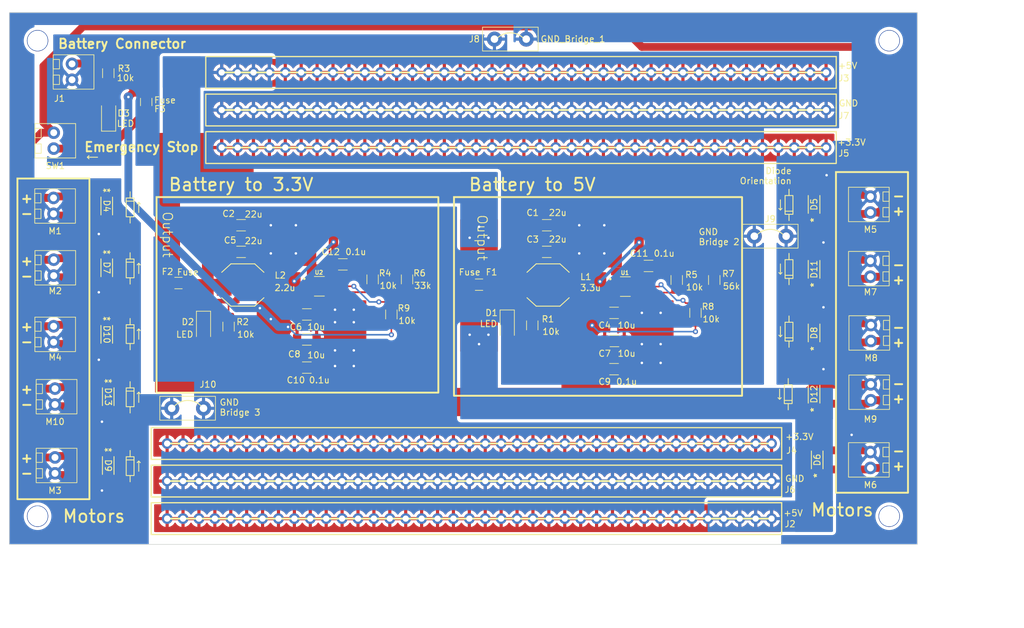
<source format=kicad_pcb>
(kicad_pcb (version 20221018) (generator pcbnew)
  (layers (0 "F.Cu" signal) (31 "B.Cu" signal) (34 "B.Paste" user) (35 "F.Paste" user) (36 "B.SilkS" user "B.Silkscreen") (37 "F.SilkS" user "F.Silkscreen") (38 "B.Mask" user) (39 "F.Mask" user) (44 "Edge.Cuts" user))
  (net 0 "")
  (net 1 "+5V")
  (net 2 "GND")
  (net 3 "+3.3V")
  (net 4 "/vin")
  (net 5 "/sw1")
  (net 6 "/vbst1")
  (net 7 "/sw2")
  (net 8 "/vbst2")
  (net 9 "/vfb2")
  (net 10 "/vfb1")
  (net 11 "/en1")
  (net 12 "/en2")
  (net 13 "/vout1")
  (net 14 "/vout2")
  (net 15 "Net-(D1-A)")
  (net 16 "+12V")
  (net 17 "Net-(D2-A)")
  (net 18 "Net-(D3-K)")
  (net 19 "Net-(D3-A)")
  (footprint "MountingHole:MountingHole_3.2mm_M3_DIN965" (layer "F.Cu") (at 228 100)
    (fp_text reference "REF**" hide)
    (fp_text value "MountingHole_3.2mm_M3_DIN965" hide)
  )
  (footprint "Power_Dist:GND_Bridge" (layer "F.Cu") (at 209 55.25)
    (fp_text reference "J9")
    (fp_text value "GND_Bridge_2" hide)
  )
  (footprint "RB070MM:DIO_RB051MM_ROM-M" (layer "F.Cu") (at 216 80.5 90)
    (fp_text reference "D12")
    (fp_text value "D")
  )
  (footprint "Power_Dist:Molex_Screw_Term_0397730002" (layer "F.Cu") (at 94.7813 91.8984 -90)
    (fp_text reference "M3")
    (fp_text value "Motor_DC")
  )
  (footprint "RB070MM:DIO_RB051MM_ROM-M" (layer "F.Cu") (at 216 50.17025 90)
    (fp_text reference "D5")
    (fp_text value "D")
  )
  (footprint "Capacitor_SMD:C_1206_3216Metric_Pad1.33x1.80mm_HandSolder" (layer "F.Cu") (at 135 71.75 180)
    (fp_text reference "C8")
    (fp_text value "10u")
  )
  (footprint "Power_Dist:GND_Bridge" (layer "F.Cu") (at 167.5 23.75)
    (fp_text reference "J8")
    (fp_text value "GND_Bridge_1")
  )
  (footprint "Power_Dist:Molex_Screw_Term_0397730002" (layer "F.Cu") (at 225 60.43645 90)
    (fp_text reference "M7")
    (fp_text value "Motor_DC" hide)
  )
  (footprint "Power_Dist:Molex_Screw_Term_0397730002" (layer "F.Cu") (at 94.5793 60.2965 -90)
    (fp_text reference "M2")
    (fp_text value "Motor_DC")
  )
  (footprint "Power_Dist:Pwr_Rail_Conn_Custom" (layer "F.Cu") (at 171.74 41 -90)
    (fp_text reference "J5")
    (fp_text value "+3.3V")
  )
  (footprint "Capacitor_SMD:C_1206_3216Metric_Pad1.33x1.80mm_HandSolder" (layer "F.Cu") (at 173.3125 57.75)
    (fp_text reference "C3")
    (fp_text value "22u")
  )
  (footprint "MountingHole:MountingHole_3.2mm_M3_DIN965" (layer "F.Cu") (at 92 100)
    (fp_text reference "REF**" hide)
    (fp_text value "MountingHole_3.2mm_M3_DIN965" hide)
  )
  (footprint "L_TDK_SPM6530:IND_SPM6530_TDK" (layer "F.Cu") (at 173.5 63)
    (fp_text reference "L1")
    (fp_text value "3.3u")
  )
  (footprint "RB070MM:DIO_RB051MM_ROM-M" (layer "F.Cu") (at 103.0473 50.4224 -90)
    (fp_text reference "D4")
    (fp_text value "D")
  )
  (footprint "Power_Dist:Molex_Screw_Term_0397730002" (layer "F.Cu") (at 225.0729 70.71 90)
    (fp_text reference "M8")
    (fp_text value "Motor_DC" hide)
  )
  (footprint "RB070MM:DIO_RB051MM_ROM-M" (layer "F.Cu") (at 103.2813 80.8984 -90)
    (fp_text reference "D13")
    (fp_text value "D")
  )
  (footprint "RB070MM:DIO_RB051MM_ROM-M" (layer "F.Cu") (at 103.2813 91.8984 -90)
    (fp_text reference "D9")
    (fp_text value "D")
  )
  (footprint "Power_Dist:Molex_Screw_Term_0397730002" (layer "F.Cu") (at 225.0557 80.1851 90)
    (fp_text reference "M9")
    (fp_text value "Motor_DC" hide)
  )
  (footprint "Capacitor_SMD:C_1206_3216Metric_Pad1.33x1.80mm_HandSolder" (layer "F.Cu") (at 184.0625 67.5 180)
    (fp_text reference "C4")
    (fp_text value "10u")
  )
  (footprint "LED_SMD:LED_1206_3216Metric_Pad1.42x1.75mm_HandSolder" (layer "F.Cu") (at 103.346875 36 90)
    (fp_text reference "D3")
    (fp_text value "LED")
  )
  (footprint "Resistor_SMD:R_1206_3216Metric_Pad1.30x1.75mm_HandSolder" (layer "F.Cu") (at 171 69.5 -90)
    (fp_text reference "R1")
    (fp_text value "10k")
  )
  (footprint "Capacitor_SMD:C_1206_3216Metric_Pad1.33x1.80mm_HandSolder" (layer "F.Cu") (at 184.0625 76.5 180)
    (fp_text reference "C9")
    (fp_text value "0.1u")
  )
  (footprint "L_TDK_SPM6530:IND_SPM6530_TDK" (layer "F.Cu") (at 124.75 63)
    (fp_text reference "L2")
    (fp_text value "2.2u")
  )
  (footprint "Power_Dist:Pwr_Rail_Conn_Custom" (layer "F.Cu") (at 171.74 35 -90)
    (fp_text reference "J7")
    (fp_text value "GND")
  )
  (footprint "MountingHole:MountingHole_3.2mm_M3_DIN965" (layer "F.Cu") (at 228 24)
    (fp_text reference "REF**" hide)
    (fp_text value "MountingHole_3.2mm_M3_DIN965" hide)
  )
  (footprint "Capacitor_SMD:C_1206_3216Metric_Pad1.33x1.80mm_HandSolder" (layer "F.Cu") (at 173.3125 53.5)
    (fp_text reference "C1")
    (fp_text value "22u")
  )
  (footprint "Power_Dist:Pwr_Rail_Conn_Custom" (layer "F.Cu") (at 163.03 94.305 -90)
    (fp_text reference "J6")
    (fp_text value "GND")
  )
  (footprint "Capacitor_SMD:C_1206_3216Metric_Pad1.33x1.80mm_HandSolder" (layer "F.Cu") (at 140.75 59.75)
    (fp_text reference "C12")
    (fp_text value "0.1u")
  )
  (footprint "Fuse:Fuse_1206_3216Metric_Pad1.42x1.75mm_HandSolder" (layer "F.Cu") (at 114.502 62.738)
    (fp_text reference "F2")
    (fp_text value "Fuse")
  )
  (footprint "Power_Dist:TPS565201" (layer "F.Cu") (at 185.8625 63.30375)
    (fp_text reference "U1")
    (fp_text value "TPS565201")
  )
  (footprint "Power_Dist:Molex_Screw_Term_0397730002" (layer "F.Cu") (at 97.5 29 -90)
    (fp_text reference "J1")
    (fp_text value "Battery Connector")
  )
  (footprint "RB070MM:DIO_RB051MM_ROM-M" (layer "F.Cu") (at 103.0473 60.2965 -90)
    (fp_text reference "D7")
    (fp_text value "D")
  )
  (footprint "Resistor_SMD:R_1206_3216Metric_Pad1.30x1.75mm_HandSolder" (layer "F.Cu") (at 194.0625 62.25 -90)
    (fp_text reference "R5")
    (fp_text value "10k")
  )
  (footprint "Power_Dist:Pwr_Rail_Conn_Custom" (layer "F.Cu") (at 171.74 29 -90)
    (fp_text reference "J3")
    (fp_text value "+5V")
  )
  (footprint "Resistor_SMD:R_1206_3216Metric_Pad1.30x1.75mm_HandSolder" (layer "F.Cu") (at 200.0625 62.25 90)
    (fp_text reference "R7")
    (fp_text value "56k")
  )
  (footprint "Power_Dist:Molex_Screw_Term_0397730002" (layer "F.Cu") (at 225 91 90)
    (fp_text reference "M6")
    (fp_text value "Motor_DC" hide)
  )
  (footprint "Capacitor_SMD:C_1206_3216Metric_Pad1.33x1.80mm_HandSolder" (layer "F.Cu") (at 124.5 57.75)
    (fp_text reference "C5")
    (fp_text value "22u")
  )
  (footprint "Power_Dist:GND_Bridge" (layer "F.Cu") (at 115.96 82.751829)
    (fp_text reference "J10")
    (fp_text value "GND_Bridge_3" hide)
  )
  (footprint "Power_Dist:TPS565201" (layer "F.Cu") (at 137 63.25)
    (fp_text reference "U2")
    (fp_text value "TPS565201")
  )
  (footprint "Fuse:Fuse_1206_3216Metric_Pad1.42x1.75mm_HandSolder" (layer "F.Cu") (at 162.5 63)
    (fp_text reference "F1")
    (fp_text value "Fuse")
  )
  (footprint "Power_Dist:Molex_Screw_Term_0397730002" (layer "F.Cu") (at 94.5473 50.4224 -90)
    (fp_text reference "M1")
    (fp_text value "Motor_DC")
  )
  (footprint "MountingHole:MountingHole_3.2mm_M3_DIN965" (layer "F.Cu") (at 92 24)
    (fp_text reference "REF**" hide)
    (fp_text value "MountingHole_3.2mm_M3_DIN965" hide)
  )
  (footprint "Power_Dist:Molex_Screw_Term_0397730002" (layer "F.Cu") (at 225 50.17025 90)
    (fp_text reference "M5")
    (fp_text value "Motor_DC" hide)
  )
  (footprint "Resistor_SMD:R_1206_3216Metric_Pad1.30x1.75mm_HandSolder" (layer "F.Cu") (at 122.5 69.7 -90)
    (fp_text reference "R2")
    (fp_text value "10k")
  )
  (footprint "Resistor_SMD:R_1206_3216Metric_Pad1.30x1.75mm_HandSolder" (layer "F.Cu") (at 145.5 62.15 -90)
    (fp_text reference "R4")
    (fp_text value "10k")
  )
  (footprint "RB070MM:DIO_RB051MM_ROM-M" (layer "F.Cu") (at 216 70.71 90)
    (fp_text reference "D8")
    (fp_text value "D")
  )
  (footprint "Capacitor_SMD:C_1206_3216Metric_Pad1.33x1.80mm_HandSolder" (layer "F.Cu") (at 135 67.75 180)
    (fp_text reference "C6")
    (fp_text value "10u")
  )
  (footprint "Power_Dist:Pwr_Rail_Conn_Custom" (layer "F.Cu") (at 163.03 88.305 -90)
    (fp_text reference "J4")
    (fp_text value "+3.3V")
  )
  (footprint "RB070MM:DIO_RB051MM_ROM-M" (layer "F.Cu") (at 216.5 91 90)
    (fp_text reference "D6")
    (fp_text value "D")
  )
  (footprint "Power_Dist:Pwr_Rail_Conn_Custom" (layer "F.Cu") (at 163.03 100.305 -90)
    (fp_text reference "J2")
    (fp_text value "+5V")
  )
  (footprint "Resistor_SMD:R_1206_3216Metric_Pad1.30x1.75mm_HandSolder" (layer "F.Cu") (at 148.5 67.75 -90)
    (fp_text reference "R9")
    (fp_text value "10k")
  )
  (footprint "LED_SMD:LED_1206_3216Metric_Pad1.42x1.75mm_HandSolder" (layer "F.Cu") (at 167 69.5 -90)
    (fp_text reference "D1")
    (fp_text value "LED")
  )
  (footprint "Power_Dist:Molex_Screw_Term_0397730002" (layer "F.Cu") (at 94.58125 40 -90)
    (fp_text reference "SW1")
    (fp_text value "Emergency Stop")
  )
  (footprint "Resistor_SMD:R_1206_3216Metric_Pad1.30x1.75mm_HandSolder" (layer "F.Cu") (at 103.296875 29.2 -90)
    (fp_text reference "R3")
    (fp_text value "10k")
  )
  (footprint "RB070MM:DIO_RB051MM_ROM-M" (layer "F.Cu") (at 103.0473 70.9369 -90)
    (fp_text reference "D10")
    (fp_text value "D")
  )
  (footprint "Capacitor_SMD:C_1206_3216Metric_Pad1.33x1.80mm_HandSolder" (layer "F.Cu") (at 184.125 72 180)
    (fp_text reference "C7")
    (fp_text value "10u")
  )
  (footprint "Power_Dist:Molex_Screw_Term_0397730002" (layer "F.Cu") (at 94.7813 80.8984 -90)
    (fp_text reference "M10")
    (fp_text value "Motor_DC")
  )
  (footprint "Capacitor_SMD:C_1206_3216Metric_Pad1.33x1.80mm_HandSolder" (layer "F.Cu") (at 135 76.25 180)
    (fp_text reference "C10")
    (fp_text value "0.1u")
  )
  (footprint "Fuse:Fuse_1206_3216Metric_Pad1.42x1.75mm_HandSolder" (layer "F.Cu") (at 109.346875 33.8 -90)
    (fp_text reference "F3")
    (fp_text value "Fuse")
  )
  (footprint "LED_SMD:LED_1206_3216Metric_Pad1.42x1.75mm_HandSolder" (layer "F.Cu") (at 118.5 69.7 -90)
    (fp_text reference "D2")
    (fp_text value "LED")
  )
  (footprint "Capacitor_SMD:C_1206_3216Metric_Pad1.33x1.80mm_HandSolder" (layer "F.Cu") (at 189.5625 60)
    (fp_text reference "C11")
    (fp_text value "0.1u")
  )
  (footprint "Capacitor_SMD:C_1206_3216Metric_Pad1.33x1.80mm_HandSolder" (layer "F.Cu") (at 124.5 53.5)
    (fp_text reference "C2")
    (fp_text value "22u")
  )
  (footprint "Resistor_SMD:R_1206_3216Metric_Pad1.30x1.75mm_HandSolder" (layer "F.Cu") (at 151 62.15 90)
    (fp_text reference "R6")
    (fp_text value "33k")
  )
  (footprint "Power_Dist:Molex_Screw_Term_0397730002" (layer "F.Cu") (at 94.5633 70.9369 -90)
    (fp_text reference "M4")
    (fp_text value "Motor_DC")
  )
  (footprint "RB070MM:DIO_RB051MM_ROM-M" (layer "F.Cu") (at 216 60.54485 90)
    (fp_text reference "D11")
    (fp_text value "D")
  )
  (footprint "Resistor_SMD:R_1206_3216Metric_Pad1.30x1.75mm_HandSolder" (layer "F.Cu") (at 197.0625 67.5 -90)
    (fp_text reference "R8")
    (fp_text value "10k")
  )
  (gr_line (start 99.95625 42.625) (end 100.20625 42.375) (stroke (width 0.15)) (layer "F.SilkS"))
  (gr_line (start 106.7813 52.1484) (end 106.7813 53.1484) (stroke (width 0.15)) (layer "F.SilkS"))
  (gr_rect (start 219.5 45) (end 231 96.25) (stroke (width 0.3)) (fill none) (layer "F.SilkS"))
  (gr_line (start 108.1563 71.7109) (end 108.1563 70.0859) (stroke (width 0.15)) (layer "F.SilkS"))
  (gr_line (start 210.5 81.3125) (end 210.25 81.0625) (stroke (width 0.15)) (layer "F.SilkS"))
  (gr_line (start 108.1563 80.1875) (end 108.4063 80.4375) (stroke (width 0.15)) (layer "F.SilkS"))
  (gr_line (start 108.1563 61.2109) (end 108.1563 59.5859) (stroke (width 0.15)) (layer "F.SilkS"))
  (gr_rect (start 106.1563 90.5) (end 107.4063 93.5) (stroke (width 0.15)) (fill none) (layer "F.SilkS"))
  (gr_line (start 108.1563 70.0859) (end 108.4063 70.3359) (stroke (width 0.15)) (layer "F.SilkS"))
  (gr_line (start 106.1563 91) (end 107.4063 91) (stroke (width 0.15)) (layer "F.SilkS"))
  (gr_arc (start 165 24.09317) (mid 167.5 22.75) (end 170 24.09317) (stroke (width 0.15)) (layer "F.SilkS"))
  (gr_line (start 108.1563 80.1875) (end 107.9063 80.4375) (stroke (width 0.15)) (layer "F.SilkS"))
  (gr_line (start 108.1563 59.5859) (end 107.9063 59.8359) (stroke (width 0.15)) (layer "F.SilkS"))
  (gr_line (start 211.875 79) (end 211.875 78) (stroke (width 0.15)) (layer "F.SilkS"))
  (gr_line (start 210.625 71.3125) (end 210.875 71.0625) (stroke (width 0.15)) (layer "F.SilkS"))
  (gr_line (start 108.1563 91.1875) (end 107.9063 91.4375) (stroke (width 0.15)) (layer "F.SilkS"))
  (gr_line (start 212 62) (end 212 63) (stroke (width 0.15)) (layer "F.SilkS"))
  (gr_line (start 108.1563 92.8125) (end 108.1563 91.1875) (stroke (width 0.15)) (layer "F.SilkS"))
  (gr_line (start 108.1563 49.8359) (end 107.9063 50.0859) (stroke (width 0.15)) (layer "F.SilkS"))
  (gr_line (start 212 72) (end 212 73) (stroke (width 0.15)) (layer "F.SilkS"))
  (gr_arc (start 113.5 82.844999) (mid 116 81.501829) (end 118.5 82.844999) (stroke (width 0.15)) (layer "F.SilkS"))
  (gr_line (start 210.625 51.0625) (end 210.875 50.8125) (stroke (width 0.15)) (layer "F.SilkS"))
  (gr_line (start 211.875 82) (end 211.875 83) (stroke (width 0.15)) (layer "F.SilkS"))
  (gr_line (start 108.1563 59.5859) (end 108.4063 59.8359) (stroke (width 0.15)) (layer "F.SilkS"))
  (gr_line (start 106.1563 69.8984) (end 107.4063 69.8984) (stroke (width 0.15)) (layer "F.SilkS"))
  (gr_line (start 210.625 49.4375) (end 210.625 51.0625) (stroke (width 0.15)) (layer "F.SilkS"))
  (gr_rect (start 106.1563 79.5) (end 107.4063 82.5) (stroke (width 0.15)) (fill none) (layer "F.SilkS"))
  (gr_line (start 108.1563 91.1875) (end 108.4063 91.4375) (stroke (width 0.15)) (layer "F.SilkS"))
  (gr_line (start 210.625 61.3125) (end 210.375 61.0625) (stroke (width 0.15)) (layer "F.SilkS"))
  (gr_rect (start 158.5 49) (end 204.5 80.75) (stroke (width 0.3)) (fill none) (layer "F.SilkS"))
  (gr_rect (start 106.1563 49.1484) (end 107.4063 52.1484) (stroke (width 0.15)) (fill none) (layer "F.SilkS"))
  (gr_line (start 212 51.75) (end 212 52.75) (stroke (width 0.15)) (layer "F.SilkS"))
  (gr_line (start 210.625 59.6875) (end 210.625 61.3125) (stroke (width 0.15)) (layer "F.SilkS"))
  (gr_line (start 210.625 51.0625) (end 210.375 50.8125) (stroke (width 0.15)) (layer "F.SilkS"))
  (gr_rect (start 88.7813 46.0314) (end 100.2813 97.2814) (stroke (width 0.3)) (fill none) (layer "F.SilkS"))
  (gr_line (start 106.1563 80) (end 107.4063 80) (stroke (width 0.15)) (layer "F.SilkS"))
  (gr_rect (start 211.375 69) (end 212.625 72) (stroke (width 0.15)) (fill none) (layer "F.SilkS"))
  (gr_line (start 99.95625 42.625) (end 100.20625 42.875) (stroke (width 0.15)) (layer "F.SilkS"))
  (gr_rect (start 106.1563 69.3984) (end 107.4063 72.3984) (stroke (width 0.15)) (fill none) (layer "F.SilkS"))
  (gr_line (start 106.7813 72.3984) (end 106.7813 73.3984) (stroke (width 0.15)) (layer "F.SilkS"))
  (gr_line (start 212.625 71.5) (end 211.375 71.5) (stroke (width 0.15)) (layer "F.SilkS"))
  (gr_rect (start 106.1563 58.8984) (end 107.4063 61.8984) (stroke (width 0.15)) (fill none) (layer "F.SilkS"))
  (gr_line (start 106.7813 79.5) (end 106.7813 78.5) (stroke (width 0.15)) (layer "F.SilkS"))
  (gr_line (start 210.625 71.3125) (end 210.375 71.0625) (stroke (width 0.15)) (layer "F.SilkS"))
  (gr_rect (start 211.25 79) (end 212.5 82) (stroke (width 0.15)) (fill none) (layer "F.SilkS"))
  (gr_line (start 212 69) (end 212 68) (stroke (width 0.15)) (layer "F.SilkS"))
  (gr_line (start 106.7813 49.1484) (end 106.7813 48.1484) (stroke (width 0.15)) (layer "F.SilkS"))
  (gr_line (start 212 48.75) (end 212 47.75) (stroke (width 0.15)) (layer "F.SilkS"))
  (gr_line (start 210.625 69.6875) (end 210.625 71.3125) (stroke (width 0.15)) (layer "F.SilkS"))
  (gr_line (start 108.1563 49.8359) (end 108.4063 50.0859) (stroke (width 0.15)) (layer "F.SilkS"))
  (gr_line (start 212.5 81.5) (end 211.25 81.5) (stroke (width 0.15)) (layer "F.SilkS"))
  (gr_arc (start 206.5 55.5) (mid 209 54.15683) (end 211.5 55.5) (stroke (width 0.15)) (layer "F.SilkS"))
  (gr_line (start 106.7813 61.8984) (end 106.7813 62.8984) (stroke (width 0.15)) (layer "F.SilkS"))
  (gr_line (start 106.7813 69.3984) (end 106.7813 68.3984) (stroke (width 0.15)) (layer "F.SilkS"))
  (gr_line (start 108.1563 51.4609) (end 108.1563 49.8359) (stroke (width 0.15)) (layer "F.SilkS"))
  (gr_rect (start 111 49) (end 156 80.25) (stroke (width 0.3)) (fill none) (layer "F.SilkS"))
  (gr_line (start 210.5 81.3125) (end 210.75 81.0625) (stroke (width 0.15)) (layer "F.SilkS"))
  (gr_line (start 210.625 61.3125) (end 210.875 61.0625) (stroke (width 0.15)) (layer "F.SilkS"))
  (gr_rect (start 211.375 48.75) (end 212.625 51.75) (stroke (width 0.15)) (fill none) (layer "F.SilkS"))
  (gr_line (start 106.7813 82.5) (end 106.7813 83.5) (stroke (width 0.15)) (layer "F.SilkS"))
  (gr_line (start 106.7813 90.5) (end 106.7813 89.5) (stroke (width 0.15)) (layer "F.SilkS"))
  (gr_line (start 108.1563 81.8125) (end 108.1563 80.1875) (stroke (width 0.15)) (layer "F.SilkS"))
  (gr_line (start 101.58125 42.625) (end 99.95625 42.625) (stroke (width 0.15)) (layer "F.SilkS"))
  (gr_line (start 212 59) (end 212 58) (stroke (width 0.15)) (layer "F.SilkS"))
  (gr_line (start 106.7813 93.5) (end 106.7813 94.5) (stroke (width 0.15)) (layer "F.SilkS"))
  (gr_line (start 106.7813 58.8984) (end 106.7813 57.8984) (stroke (width 0.15)) (layer "F.SilkS"))
  (gr_line (start 212.625 51.25) (end 211.375 51.25) (stroke (width 0.15)) (layer "F.SilkS"))
  (gr_line (start 210.5 79.6875) (end 210.5 81.3125) (stroke (width 0.15)) (layer "F.SilkS"))
  (gr_line (start 106.1563 49.6484) (end 107.4063 49.6484) (stroke (width 0.15)) (layer "F.SilkS"))
  (gr_line (start 106.1563 59.3984) (end 107.4063 59.3984) (stroke (width 0.15)) (layer "F.SilkS"))
  (gr_line (start 108.1563 70.0859) (end 107.9063 70.3359) (stroke (width 0.15)) (layer "F.SilkS"))
  (gr_rect (start 211.375 59) (end 212.625 62) (stroke (width 0.15)) (fill none) (layer "F.SilkS"))
  (gr_line (start 212.625 61.5) (end 211.375 61.5) (stroke (width 0.15)) (layer "F.SilkS"))
  (gr_rect (start 87.5 19.5) (end 232.5 104.5) (stroke (width 0.1)) (fill none) (layer "Edge.Cuts"))
  (gr_text "-\n+" (at 229.5 80) (layer "F.SilkS") (effects (font (size 1.5 1.5) (thickness 0.3)) (justify mirror)))
  (gr_text "+\n-" (at 90.2813 91.8984) (layer "F.SilkS") (effects (font (size 1.5 1.5) (thickness 0.3)) (justify mirror)))
  (gr_text "Diode\nOrientation" (at 212.5 47) (layer "F.SilkS") (effects (font (size 1 1)) (justify right bottom)))
  (gr_text "Motors" (at 101 100) (layer "F.SilkS") (effects (font (size 2 2) (thickness 0.3))))
  (gr_text "Battery to 5V" (at 171 47) (layer "F.SilkS") (effects (font (size 2 2) (thickness 0.3))))
  (gr_text "+\n-" (at 90.2813 70.8984) (layer "F.SilkS") (effects (font (size 1.5 1.5) (thickness 0.3)) (justify mirror)))
  (gr_text "+\n-" (at 90.2813 50.3984) (layer "F.SilkS") (effects (font (size 1.5 1.5) (thickness 0.3)) (justify mirror)))
  (gr_text "Battery to 3.3V" (at 124.5 47) (layer "F.SilkS") (effects (font (size 2 2) (thickness 0.3))))
  (gr_text "-\n+" (at 229.5 61) (layer "F.SilkS") (effects (font (size 1.5 1.5) (thickness 0.3)) (justify mirror)))
  (gr_text "GND \nBridge 2" (at 197.5 56.75) (layer "F.SilkS") (effects (font (size 1 1)) (justify left bottom)))
  (gr_text "+\n-" (at 90.2813 80.8984) (layer "F.SilkS") (effects (font (size 1.5 1.5) (thickness 0.3)) (justify mirror)))
  (gr_text "Output" (at 112.75 55 270) (layer "F.SilkS") (effects (font (size 1.5 1.5))))
  (gr_text "Output" (at 163 55.5 270) (layer "F.SilkS") (effects (font (size 1.5 1.5))))
  (gr_text "-\n+" (at 229.5 71) (layer "F.SilkS") (effects (font (size 1.5 1.5) (thickness 0.3)) (justify mirror)))
  (gr_text "+\n-" (at 90.2813 60.3984) (layer "F.SilkS") (effects (font (size 1.5 1.5) (thickness 0.3)) (justify mirror)))
  (gr_text "-\n+" (at 229.5 90.75) (layer "F.SilkS") (effects (font (size 1.5 1.5) (thickness 0.3)) (justify mirror)))
  (gr_text "GND \nBridge 3" (at 121 84) (layer "F.SilkS") (effects (font (size 1 1)) (justify left bottom)))
  (gr_text "Motors" (at 220.5 99) (layer "F.SilkS") (effects (font (size 2 2) (thickness 0.3))))
  (gr_text "-\n+" (at 229.5 50) (layer "F.SilkS") (effects (font (size 1.5 1.5) (thickness 0.3)) (justify mirror)))
  (segment (start 166.025 68.0125) (end 161.0125 63) (width 0.25) (layer "F.Cu") (net 1))
  (segment (start 167 68.0125) (end 166.025 68.0125) (width 0.25) (layer "F.Cu") (net 1))
  (via (at 161 55.5) (size 1.5) (drill 0.4) (layers "F.Cu" "B.Cu") (net 1))
  (via (at 164 71) (size 1.5) (drill 0.4) (layers "F.Cu" "B.Cu") (net 1))
  (via (at 161 71) (size 1.5) (drill 0.4) (layers "F.Cu" "B.Cu") (net 1))
  (via (at 162.5 53.75) (size 1.5) (drill 0.4) (layers "F.Cu" "B.Cu") (net 1))
  (via (at 162.5 72.5) (size 1.5) (drill 0.4) (layers "F.Cu" "B.Cu") (net 1))
  (via (at 164 55.5) (size 1.5) (drill 0.4) (layers "F.Cu" "B.Cu") (net 1))
  (segment (start 188.5625 53.25) (end 183.8125 53.25) (width 0.5) (layer "F.Cu") (net 2))
  (segment (start 103.0473 72.4609) (end 103.7188 72.4609) (width 0.5) (layer "F.Cu") (net 2))
  (segment (start 145.5 58.75) (end 140 53.25) (width 0.5) (layer "F.Cu") (net 2))
  (segment (start 214.5 57.52085) (end 214.5 49.5) (width 0.5) (layer "F.Cu") (net 2))
  (segment (start 194.0625 60.7) (end 194.0625 58.75) (width 0.5) (layer "F.Cu") (net 2))
  (segment (start 103.502454 61.8205) (end 104.2813 61.041654) (width 0.5) (layer "F.Cu") (net 2))
  (segment (start 185.8125 62.35375) (end 185.8625 62.40375) (width 0.25) (layer "F.Cu") (net 2))
  (segment (start 216 69.186) (end 224.7989 69.186) (width 1.25) (layer "F.Cu") (net 2))
  (segment (start 103.2813 82.4224) (end 95.0553 82.4224) (width 1.25) (layer "F.Cu") (net 2))
  (segment (start 216 68.10865) (end 217.5 66.60865) (width 0.5) (layer "F.Cu") (net 2))
  (segment (start 224.726 89.476) (end 225 89.75) (width 1.25) (layer "F.Cu") (net 2))
  (segment (start 214.5 80.020846) (end 215.544846 78.976) (width 0.5) (layer "F.Cu") (net 2))
  (segment (start 220.5 89.57735) (end 220.5 88.5) (width 0.5) (layer "F.Cu") (net 2))
  (segment (start 214.5 68.5) (end 214.5 60.065696) (width 0.5) (layer "F.Cu") (net 2))
  (segment (start 214.5 88) (end 214.5 80.020846) (width 0.5) (layer "F.Cu") (net 2))
  (segment (start 103.4143 82.5314) (end 103.4143 83.7654) (width 0.5) (layer "F.Cu") (net 2))
  (segment (start 103.0473 61.8205) (end 103.0473 62.9449) (width 0.5) (layer "F.Cu") (net 2))
  (segment (start 135.845 62.3) (end 136.3 62.3) (width 0.5) (layer "F.Cu") (net 2))
  (segment (start 105.2813 84.4224) (end 105.2813 92.3984) (width 0.5) (layer "F.Cu") (net 2))
  (segment (start 185.8625 67.24125) (end 185.8625 62.40375) (width 0.25) (layer "F.Cu") (net 2))
  (segment (start 94.8533 61.8205) (end 94.5793 61.5465) (width 1.25) (layer "F.Cu") (net 2))
  (segment (start 216 48.64625) (end 216 47.5) (width 0.5) (layer "F.Cu") (net 2))
  (segment (start 216 59.02085) (end 216 57.75) (width 0.5) (layer "F.Cu") (net 2))
  (segment (start 216.5 89.476) (end 215.976 89.476) (width 1.25) (layer "F.Cu") (net 2))
  (segment (start 104.7813 73.5234) (end 104.7813 81.3984) (width 0.5) (layer "F.Cu") (net 2))
  (segment (start 215.314 69.186) (end 215.186 69.186) (width 0.5) (layer "F.Cu") (net 2))
  (segment (start 225.0148 78.976) (end 225.0557 78.9351) (width 1.25) (layer "F.Cu") (net 2))
  (segment (start 103.2813 93.4224) (end 95.0553 93.4224) (width 1.25) (layer "F.Cu") (net 2))
  (segment (start 215.544846 78.976) (end 214.5 77.931154) (width 0.5) (layer "F.Cu") (net 2))
  (segment (start 215.544846 59.02085) (end 216 59.02085) (width 0.5) (layer "F.Cu") (net 2))
  (segment (start 136.645 61.5) (end 135.845 62.3) (width 0.25) (layer "F.Cu") (net 2))
  (segment (start 103.8053 93.4224) (end 103.2813 93.4224) (width 0.5) (layer "F.Cu") (net 2))
  (segment (start 214.5 60.065696) (end 215.544846 59.02085) (width 0.5) (layer "F.Cu") (net 2))
  (segment (start 103.4143 93.5314) (end 103.4143 94.7654) (width 0.5) (layer "F.Cu") (net 2))
  (segment (start 137 61) (end 137 61.5) (width 0.25) (layer "F.Cu") (net 2))
  (segment (start 215.35375 48.64625) (end 216 48.64625) (width 0.5) (layer "F.Cu") (net 2))
  (segment (start 103.7188 72.4609) (end 104.7813 73.5234) (width 0.5) (layer "F.Cu") (net 2))
  (segment (start 104.2813 61.041654) (end 104.2813 53.1804) (width 0.5) (layer "F.Cu") (net 2))
  (segment (start 136.75 60.75) (end 137 61) (width 0.25) (layer "F.Cu") (net 2))
  (segment (start 104.2813 53.1804) (end 103.0473 51.9464) (width 0.5) (layer "F.Cu") (net 2))
  (segment (start 94.8373 72.4609) (end 94.5633 72.1869) (width 1) (layer "F.Cu") (net 2))
  (segment (start 216.5 89.476) (end 224.726 89.476) (width 1.25) (layer "F.Cu") (net 2))
  (segment (start 215.544846 78.976) (end 216 78.976) (width 0.5) (layer "F.Cu") (net 2))
  (segment (start 103.2813 82.4224) (end 105.2813 84.4224) (width 0.5) (layer "F.Cu") (net 2))
  (segment (start 214.5 77.931154) (end 214.5 70) (width 0.5) (layer "F.Cu") (net 2))
  (segment (start 216 59.02085) (end 214.5 57.52085) (width 0.5) (layer "F.Cu") (net 2))
  (segment (start 137 61.5) (end 136.645 61.5) (width 0.25) (layer "F.Cu") (net 2))
  (segment (start 216 47.5) (end 218 45.5) (width 0.5) (layer "F.Cu") (net 2))
  (segment (start 215.314 69.186) (end 216 69.186) (width 0.5) (layer "F.Cu") (net 2))
  (segment (start 215.186 69.186) (end 214.5 68.5) (width 0.5) (layer "F.Cu") (net 2))
  (segment (start 224.726 48.64625) (end 225 48.92025) (width 1.25) (layer "F.Cu") (net 2))
  (segment (start 104.7813 81.3984) (end 103.7573 82.4224) (width 0.5) (layer "F.Cu") (net 2))
  (segment (start 103.0473 53.6324) (end 101.7813 54.8984) (width 0.5) (layer "F.Cu") (net 2))
  (segment (start 184.7075 62.35375) (end 184.7075 60.7925) (width 0.25) (layer "F.Cu") (net 2))
  (segment (start 140 53.25) (end 135 53.25) (width 0.5) (layer "F.Cu") (net 2))
  (segment (start 95.0553 93.4224) (end 94.7813 93.1484) (width 1.25) (layer "F.Cu") (net 2))
  (segment (start 145.5 60.6) (end 145.5 58.75) (width 0.5) (layer "F.Cu") (net 2))
  (segment (start 216 79.07735) (end 216 78) (width 0.5) (layer "F.Cu") (net 2))
  (segment (start 194.0625 58.75) (end 188.5625 53.25) (width 0.5) (layer "F.Cu") (net 2))
  (segment (start 103.0473 72.4609) (end 103.0473 73.6949) (width 0.5) (layer "F.Cu") (net 2))
  (segment (start 216 78) (end 217.5 76.5) (width 0.5) (layer "F.Cu") (net 2))
  (segment (start 214.5 49.5) (end 215.35375 48.64625) (width 0.5) (layer "F.Cu") (net 2))
  (segment (start 216 59.02085) (end 224.8344 59.02085) (width 1.25) (layer "F.Cu") (net 2))
  (segment (start 103.0473 61.8205) (end 94.8533 61.8205) (width 1.25) (layer "F.Cu") (net 2))
  (segment (start 104.7813 71.3984) (end 104.7813 63.5545) (width 0.5) (layer "F.Cu") (net 2))
  (segment (start 103.0473 51.9464) (end 103.0473 53.6324) (width 0.5) (layer "F.Cu") (net 2))
  (segment (start 95.0553 82.4224) (end 94.7813 82.1484) (width 1.25) (layer "F.Cu") (net 2))
  (segment (start 105.2813 92.3984) (end 104.2573 93.4224) (width 0.5) (layer "F.Cu") (net 2))
  (segment (start 216 69.186) (end 216 68.10865) (width 0.5) (layer "F.Cu") (net 2))
  (segment (start 104.2573 93.4224) (end 103.8053 93.4224) (width 0.5) (layer "F.Cu") (net 2))
  (segment (start 103.4143 94.7654) (end 102.1483 96.0314) (width 0.5) (layer "F.Cu") (net 2))
  (segment (start 185 60.5) (end 184.7075 60.7925) (width 0.25) (layer "F.Cu") (net 2))
  (segment (start 216 57.75) (end 217.5 56.25) (width 0.5) (layer "F.Cu") (net 2))
  (segment (start 224.8344 59.02085) (end 225 59.18645) (width 1.25) (layer "F.Cu") (net 2))
  (segment (start 103.0473 72.4609) (end 94.8373 72.4609) (width 1.25) (layer "F.Cu") (net 2))
  (segment (start 104.7813 63.5545) (end 103.0473 61.8205) (width 0.5) (layer "F.Cu") (net 2))
  (segment (start 216 48.64625) (end 224.726 48.64625) (width 1.25) (layer "F.Cu") (net 2))
  (segment (start 215.976 89.476) (end 214.5 88) (width 0.5) (layer "F.Cu") (net 2))
  (segment (start 103.4143 83.7654) (end 102.1483 85.0314) (width 0.5) (layer "F.Cu") (net 2))
  (segment (start 94.8213 51.9464) (end 94.5473 51.6724) (width 1.25) (layer "F.Cu") (net 2))
  (segment (start 184.7075 62.35375) (end 185.8125 62.35375) (width 0.25) (layer "F.Cu") (net 2))
  (segment (start 137 61.5) (end 137 66) (width 0.25) (layer "F.Cu") (net 2))
  (segment (start 103.7573 82.4224) (end 103.2813 82.4224) (width 0.5) (layer "F.Cu") (net 2))
  (segment (start 103.7188 72.4609) (end 104.7813 71.3984) (width 0.5) (layer "F.Cu") (net 2))
  (segment (start 103.0473 73.6949) (end 101.7813 74.9609) (width 0.5) (layer "F.Cu") (net 2))
  (segment (start 103.0473 51.9464) (end 94.8213 51.9464) (width 1.25) (layer "F.Cu") (net 2))
  (segment (start 216 78.976) (end 225.0148 78.976) (width 1.25) (layer "F.Cu") (net 2))
  (segment (start 103.0473 61.8205) (end 103.502454 61.8205) (width 0.5) (layer "F.Cu") (net 2))
  (segment (start 224.7989 69.186) (end 225.0729 69.46) (width 1.25) (layer "F.Cu") (net 2))
  (segment (start 103.0473 62.9449) (end 101.7813 64.2109) (width 0.5) (layer "F.Cu") (net 2))
  (segment (start 220.5 88.5) (end 222 87) (width 0.5) (layer "F.Cu") (net 2))
  (segment (start 214.5 70) (end 215.314 69.186) (width 0.5) (layer "F.Cu") (net 2))
  (via (at 139.5 67) (size 0.8) (drill 0.4) (layers "F.Cu" "B.Cu") (net 2))
  (via (at 129.25 58) (size 0.8) (drill 0.4) (layers "F.Cu" "B.Cu") (net 2))
  (via (at 217.5 66.60865) (size 1) (drill 0.4) (layers "F.Cu" "B.Cu") (net 2))
  (via (at 101.7813 54.8984) (size 1) (drill 0.4) (layers "F.Cu" "B.Cu") (net 2))
  (via (at 129.25 53.5) (size 0.8) (drill 0.4) (layers "F.Cu" "B.Cu") (net 2))
  (via (at 182.5 58) (size 0.8) (drill 0.4) (layers "F.Cu" "B.Cu") (net 2))
  (via (at 133.25 53.5) (size 0.8) (drill 0.4) (layers "F.Cu" "B.Cu") (net 2))
  (via (at 178.5 53.5) (size 0.8) (drill 0.4) (layers "F.Cu" "B.Cu") (net 2))
  (via (at 188.5 75.5) (size 0.8) (drill 0.4) (layers "F.Cu" "B.Cu") (net 2))
  (via (at 182.5 53.5) (size 0.8) (drill 0.4) (layers "F.Cu" "B.Cu") (net 2))
  (via (at 191.5 72.5) (size 0.8) (drill 0.4) (layers "F.Cu" "B.Cu") (net 2))
  (via (at 101.7813 64.2109) (size 1) (drill 0.4) (layers "F.Cu" "B.Cu") (net 2))
  (via (at 188.5 72.5) (size 0.8) (drill 0.4) (layers "F.Cu" "B.Cu") (net 2))
  (via (at 102.2813 84.8984) (size 1) (drill 0.4) (layers "F.Cu" "B.Cu") (net 2))
  (via (at 217.5 76.5) (size 1) (drill 0.4) (layers "F.Cu" "B.Cu") (net 2))
  (via (at 222 87) (size 1) (drill 0.4) (layers "F.Cu" "B.Cu") (net 2))
  (via (at 142.5 69) (size 0.8) (drill 0.4) (layers "F.Cu" "B.Cu") (net 2))
  (via (at 218 45.5) (size 1) (drill 0.4) (layers "F.Cu" "B.Cu") (net 2))
  (via (at 139.5 73.5) (size 0.8) (drill 0.4) (layers "F.Cu" "B.Cu") (net 2))
  (via (at 142.5 67) (size 0.8) (drill 0.4) (layers "F.Cu" "B.Cu") (net 2))
  (via (at 142.5 76) (size 0.8) (drill 0.4) (layers "F.Cu" "B.Cu") (net 2))
  (via (at 101.7813 75) (size 1) (drill 0.4) (layers "F.Cu" "B.Cu") (net 2))
  (via (at 188.5 67.5) (size 0.8) (drill 0.4) (layers "F.Cu" "B.Cu") (net 2))
  (via (at 133.25 58) (size 0.8) (drill 0.4) (layers "F.Cu" "B.Cu") (net 2))
  (via (at 217.5 56.25) (size 1) (drill 0.4) (layers "F.Cu" "B.Cu") (net 2))
  (via (at 139.5 76) (size 0.8) (drill 0.4) (layers "F.Cu" "B.Cu") (net 2))
  (via (at 191.5 67.5) (size 0.8) (drill 0.4) (layers "F.Cu" "B.Cu") (net 2))
  (via (at 191.5 75.5) (size 0.8) (drill 0.4) (layers "F.Cu" "B.Cu") (net 2))
  (via (at 139.5 69) (size 0.8) (drill 0.4) (layers "F.Cu" "B.Cu") (net 2))
  (via (at 142.5 73.5) (size 0.8) (drill 0.4) (layers "F.Cu" "B.Cu") (net 2))
  (via (at 102.2813 95.8984) (size 1) (drill 0.4) (layers "F.Cu" "B.Cu") (net 2))
  (via (at 178.5 58) (size 0.8) (drill 0.4) (layers "F.Cu" "B.Cu") (net 2))
  (segment (start 113.0125 62.74) (end 113.0145 62.738) (width 0.5) (layer "F.Cu") (net 3))
  (segment (start 118.5 67.5125) (end 117.789 67.5125) (width 0.25) (layer "F.Cu") (net 3))
  (segment (start 117.789 67.5125) (end 113.0145 62.738) (width 0.25) (layer "F.Cu") (net 3))
  (segment (start 103.296875 27.65) (end 97.56 27.65) (width 1.25) (layer "F.Cu") (net 4))
  (segment (start 107.1875 32.3125) (end 106.5 33) (width 1.25) (layer "F.Cu") (net 4))
  (segment (start 97.56 27.65) (end 97.5 27.71) (width 1.25) (layer "F.Cu") (net 4))
  (segment (start 109.346875 32.3125) (end 107.1875 32.3125) (width 1.25) (layer "F.Cu") (net 4))
  (segment (start 109.346875 32.3125) (end 107.959375 32.3125) (width 1.25) (layer "F.Cu") (net 4))
  (segment (start 184.7075 64.25375) (end 183.20875 64.25375) (width 0.5) (layer "F.Cu") (net 4))
  (segment (start 134.3 64.2) (end 133 65.5) (width 0.5) (layer "F.Cu") (net 4))
  (segment (start 107.959375 32.3125) (end 103.296875 27.65) (width 1.25) (layer "F.Cu") (net 4))
  (segment (start 197.0625 69.05) (end 197.0625 70.5) (width 0.25) (layer "F.Cu") (net 4))
  (segment (start 148.5 69.3) (end 148.5 71) (width 0.25) (layer "F.Cu") (net 4))
  (segment (start 135.845 64.2) (end 134.3 64.2) (width 0.5) (layer "F.Cu") (net 4))
  (segment (start 183.20875 64.25375) (end 183.0625 64.4) (width 0.5) (layer "F.Cu") (net 4))
  (via (at 180.5625 69.5) (size 0.8) (drill 0.4) (layers "F.Cu" "B.Cu") (net 4))
  (via (at 106.5 33) (size 1.5) (drill 0.4) (layers "F.Cu" "B.Cu") (net 4))
  (via (at 129.25 68.5) (size 1) (drill 0.4) (layers "F.Cu" "B.Cu") (net 4))
  (via (at 197.0625 70.5) (size 0.8) (drill 0.4) (layers "F.Cu" "B.Cu") (net 4))
  (via (at 132 69.75) (size 1) (drill 0.4) (layers "F.Cu" "B.Cu") (net 4))
  (via (at 127.5 66.75) (size 1) (drill 0.4) (layers "F.Cu" "B.Cu") (net 4))
  (via (at 148.5 71) (size 0.8) (drill 0.4) (layers "F.Cu" "B.Cu") (net 4))
  (segment (start 181.5625 70.5) (end 180.5625 69.5) (width 0.25) (layer "B.Cu") (net 4))
  (segment (start 106.5 49.5) (end 106.5 33) (width 1.25) (layer "B.Cu") (net 4))
  (segment (start 123.75 66.75) (end 127.5 66.75) (width 1.25) (layer "B.Cu") (net 4))
  (segment (start 123.75 66.75) (end 106.5 49.5) (width 1.25) (layer "B.Cu") (net 4))
  (segment (start 148.5 71) (end 133.25 71) (width 0.25) (layer "B.Cu") (net 4))
  (segment (start 197.0625 70.5) (end 181.5625 70.5) (width 0.25) (layer "B.Cu") (net 4))
  (segment (start 129.25 68.5) (end 130.5 69.75) (width 1.25) (layer "B.Cu") (net 4))
  (segment (start 127.5 66.75) (end 129.25 68.5) (width 1.25) (layer "B.Cu") (net 4))
  (segment (start 133.25 71) (end 132 69.75) (width 0.25) (layer "B.Cu") (net 4))
  (segment (start 130.5 69.75) (end 132 69.75) (width 1.25) (layer "B.Cu") (net 4))
  (segment (start 177.399999 62.5) (end 178.1 62.5) (width 2) (layer "F.Cu") (net 5))
  (segment (start 188 60) (end 188 58.0625) (width 0.5) (layer "F.Cu") (net 5))
  (segment (start 188 58.0625) (end 188.0625 58) (width 0.25) (layer "F.Cu") (net 5))
  (segment (start 184.7075 63.30375) (end 182.61625 63.30375) (width 0.5) (layer "F.Cu") (net 5))
  (segment (start 182.61625 63.30375) (end 182.3125 63) (width 0.5) (layer "F.Cu") (net 5))
  (via (at 188.0625 56.25) (size 0.8) (drill 0.4) (layers "F.Cu" "B.Cu") (net 5))
  (via (at 181.8125 62.5) (size 0.8) (drill 0.4) (layers "F.Cu" "B.Cu") (net 5))
  (segment (start 188.0625 56.25) (end 181.8125 62.5) (width 0.5) (layer "B.Cu") (net 5))
  (segment (start 187.0175 62.35375) (end 188.77125 62.35375) (width 0.5) (layer "F.Cu") (net 6))
  (segment (start 188.77125 62.35375) (end 191.125 60) (width 0.5) (layer "F.Cu") (net 6))
  (segment (start 127.799999 62.5) (end 130.7 62.5) (width 2) (layer "F.Cu") (net 7))
  (segment (start 139.1875 59.6875) (end 139.1875 57.75) (width 0.5) (layer "F.Cu") (net 7))
  (segment (start 135.895 63.24125) (end 133.80375 63.24125) (width 0.5) (layer "F.Cu") (net 7))
  (segment (start 133.80375 63.24125) (end 133.5 62.9375) (width 0.5) (layer "F.Cu") (net 7))
  (via (at 139.25 56.1875) (size 0.8) (drill 0.4) (layers "F.Cu" "B.Cu") (net 7))
  (via (at 133 62.4375) (size 0.8) (drill 0.4) (layers "F.Cu" "B.Cu") (net 7))
  (segment (start 139.25 56.1875) (end 133 62.4375) (width 0.5) (layer "B.Cu") (net 7))
  (segment (start 139.7625 62.3) (end 142.3125 59.75) (width 0.5) (layer "F.Cu") (net 8))
  (segment (start 138.155 62.3) (end 139.7625 62.3) (width 0.5) (layer "F.Cu") (net 8))
  (segment (start 138.155 64.2) (end 145 64.2) (width 0.25) (layer "F.Cu") (net 9))
  (segment (start 138.155 64.2) (end 150.5 64.2) (width 0.25) (layer "F.Cu") (net 9))
  (segment (start 145 64.2) (end 145.5 63.7) (width 0.25) (layer "F.Cu") (net 9))
  (segment (start 150.5 64.2) (end 151 63.7) (width 0.25) (layer "F.Cu") (net 9))
  (segment (start 199.60875 64.25375) (end 200.0625 63.8) (width 0.25) (layer "F.Cu") (net 10))
  (segment (start 187.0175 64.25375) (end 193.60875 64.25375) (width 0.25) (layer "F.Cu") (net 10))
  (segment (start 187.0175 64.25375) (end 199.60875 64.25375) (width 0.25) (layer "F.Cu") (net 10))
  (segment (start 193.60875 64.25375) (end 194.0625 63.8) (width 0.25) (layer "F.Cu") (net 10))
  (segment (start 197.0625 65.95) (end 195.5125 65.95) (width 0.25) (layer "F.Cu") (net 11))
  (segment (start 187.0175 63.30375) (end 191.25875 63.30375) (width 0.25) (layer "F.Cu") (net 11))
  (segment (start 191.25875 63.30375) (end 191.5625 63) (width 0.25) (layer "F.Cu") (net 11))
  (segment (start 195.5125 65.95) (end 195.0625 65.5) (width 0.25) (layer "F.Cu") (net 11))
  (via (at 191.5625 63) (size 0.8) (drill 0.4) (layers "F.Cu" "B.Cu") (net 11))
  (via (at 195.0625 65.5) (size 0.8) (drill 0.4) (layers "F.Cu" "B.Cu") (net 11))
  (segment (start 195.0625 65.5) (end 194.0625 65.5) (width 0.25) (layer "B.Cu") (net 11))
  (segment (start 194.0625 65.5) (end 191.5625 63) (width 0.25) (layer "B.Cu") (net 11))
  (segment (start 138.155 63.25) (end 142.5 63.25) (width 0.25) (layer "F.Cu") (net 12))
  (segment (start 148.05 65.75) (end 146.5 65.75) (width 0.25) (layer "F.Cu") (net 12))
  (segment (start 148.5 66.2) (end 148.05 65.75) (width 0.25) (layer "F.Cu") (net 12))
  (via (at 146.5 65.75) (size 0.8) (drill 0.4) (layers "F.Cu" "B.Cu") (net 12))
  (via (at 142.5 63.25) (size 0.8) (drill 0.4) (layers "F.Cu" "B.Cu") (net 12))
  (segment (start 145 65.75) (end 142.5 63.25) (width 0.25) (layer "B.Cu") (net 12))
  (segment (start 146.5 65.75) (end 145 65.75) (width 0.25) (layer "B.Cu") (net 12))
  (segment (start 174 51.25) (end 171.75 53.5) (width 0.25) (layer "F.Cu") (net 13))
  (segment (start 200.0625 60.7) (end 197.2625 60.7) (width 0.25) (layer "F.Cu") (net 13))
  (segment (start 170.25 63.049999) (end 168.049999 63.049999) (width 2) (layer "F.Cu") (net 13))
  (segment (start 163.9875 63) (end 168 63) (width 1.25) (layer "F.Cu") (net 13))
  (segment (start 168 63) (end 168.5 63) (width 0.75) (layer "F.Cu") (net 13))
  (segment (start 168.049999 63.049999) (end 168 63) (width 0.25) (layer "F.Cu") (net 13))
  (segment (start 197.2625 60.7) (end 187.8125 51.25) (width 0.25) (layer "F.Cu") (net 13))
  (segment (start 171 67.95) (end 171 64.5) (width 0.25) (layer "F.Cu") (net 13))
  (segment (start 187.8125 51.25) (end 174 51.25) (width 0.25) (layer "F.Cu") (net 13))
  (segment (start 171 64.5) (end 171 64) (width 0.25) (layer "F.Cu") (net 13))
  (segment (start 121.8 63.049999) (end 119.799999 63.049999) (width 2) (layer "F.Cu") (net 14))
  (segment (start 141.65 51.25) (end 125.1875 51.25) (width 0.25) (layer "F.Cu") (net 14))
  (segment (start 122.5 67.45) (end 122.5 64.5) (width 0.25) (layer "F.Cu") (net 14))
  (segment (start 115.9895 62.738) (end 119.488 62.738) (width 1.25) (layer "F.Cu") (net 14))
  (segment (start 151 60.6) (end 141.65 51.25) (width 0.25) (layer "F.Cu") (net 14))
  (segment (start 125.1875 51.25) (end 122.9375 53.5) (width 0.25) (layer "F.Cu") (net 14))
  (segment (start 167.0625 71.05) (end 167 70.9875) (width 0.25) (layer "F.Cu") (net 15))
  (segment (start 171 71.05) (end 167.0625 71.05) (width 0.25) (layer "F.Cu") (net 15))
  (segment (start 90.2813 56.8984) (end 92.3894 59.0065) (width 1.25) (layer "F.Cu") (net 16))
  (segment (start 224.5068 82.024) (end 225.0557 81.4751) (width 1.25) (layer "F.Cu") (net 16))
  (segment (start 229 63.5) (end 229 70) (width 1.25) (layer "F.Cu") (net 16))
  (segment (start 92.3894 59.0065) (end 94.5793 59.0065) (width 1.25) (layer "F.Cu") (net 16))
  (segment (start 94.5473 49.1324) (end 93.0153 49.1324) (width 1.25) (layer "F.Cu") (net 16))
  (segment (start 90.2813 61.3984) (end 90.2813 67.3984) (width 1.25) (layer "F.Cu") (net 16))
  (segment (start 94.5633 69.6469) (end 93.0328 69.6469) (width 1.25) (layer "F.Cu") (net 16))
  (segment (start 229 80) (end 227.5 81.5) (width 1.25) (layer "F.Cu") (net 16))
  (segment (start 226.46025 51.46025) (end 229 54) (width 1.25) (layer "F.Cu") (net 16))
  (segment (start 225.0557 81.4751) (end 226.4751 81.4751) (width 1.25) (layer "F.Cu") (net 16))
  (segment (start 229 70) (end 227 72) (width 1.25) (layer "F.Cu") (net 16))
  (segment (start 224.766 92.524) (end 216.5 92.524) (width 1.25) (layer "F.Cu") (net 16))
  (segment (start 229 54) (end 229 60) (width 1.25) (layer "F.Cu") (net 16))
  (segment (start 91.415625 39.915625) (end 92.62125 38.71) (width 1.25) (layer "F.Cu") (net 16))
  (segment (start 224.8389 72.234) (end 225.0729 72) (width 1.25) (layer "F.Cu") (net 16))
  (segment (start 92.6732 59.0065) (end 90.2813 61.3984) (width 1.25) (layer "F.Cu") (net 16))
  (segment (start 90.2813 72.3984) (end 90.2813 77.3984) (width 1.25) (layer "F.Cu") (net 16))
  (segment (start 216 62.06885) (end 224.6576 62.06885) (width 1.25) (layer "F.Cu") (net 16))
  (segment (start 94.5473 49.1324) (end 92.5473 49.1324) (width 1.25) (layer "F.Cu") (net 16))
  (segment (start 94.7813 79.6084) (end 92.0713 79.6084) (width 1.25) (layer "F.Cu") (net 16))
  (segment (start 227.5 81.5) (end 227.4751 81.4751) (width 1.25) (layer "F.Cu") (net 16))
  (segment (start 224.6576 62.06885) (end 225 61.72645) (width 1.25) (layer "F.Cu") (net 16))
  (segment (start 90.5313 40.79995) (end 91.415625 39.915625) (width 1.25) (layer "F.Cu") (net 16))
  (segment (start 229 90.5) (end 227.21 92.29) (width 1.25) (layer "F.Cu") (net 16))
  (segment (start 92.62125 38.71) (end 94.58125 38.71) (width 1.25) (layer "F.Cu") (net 16))
  (segment (start 188.5 25) (end 185.225 21.725) (width 1.25) (layer "F.Cu") (net 16))
  (segment (start 94.7813 79.6084) (end 95.0153 79.3744) (width 1.25) (layer "F.Cu") (net 16))
  (segment (start 225 92.29) (end 224.766 92.524) (width 1.25) (layer "F.Cu") (net 16))
  (segment (start 94.5793 59.0065) (end 92.6732 59.0065) (width 1.25) (layer "F.Cu") (net 16))
  (segment (start 92.935625 37.064375) (end 94.58125 38.71) (width 1.25) (layer "F.Cu") (net 16))
  (segment (start 226.28975 51.46025) (end 229 48.75) (width 1.25) (layer "F.Cu") (net 16))
  (segment (start 226.4751 81.4751) (end 229 84) (width 1.25) (layer "F.Cu") (net 16))
  (segment (start 216 51.69425) (end 224.766 51.69425) (width 1.25) (layer "F.Cu") (net 16))
  (segment (start 90.2813 51.3984) (end 90.2813 56.8984) (width 1.25) (layer "F.Cu") (net 16))
  (segment (start 225 61.72645) (end 227.22645 61.72645) (width 1.25) (layer "F.Cu") (net 16))
  (segment (start 227.4751 81.4751) (end 225.0557 81.4751) (width 1.25) (layer "F.Cu") (net 16))
  (segment (start 92.4913 79.6084) (end 94.7813 79.6084) (width 1.25) (layer "F.Cu") (net 16))
  (segment (start 92.5473 49.1324) (end 90.2813 51.3984) (width 1.25) (layer "F.Cu") (net 16))
  (segment (start 92.0713 79.6084) (end 90.2813 81.3984) (width 1.25) (layer "F.Cu") (net 16))
  (segment (start 90.2813 67.3984) (end 92.5298 69.6469) (width 1.25) (layer "F.Cu") (net 16))
  (segment (start 99.275 21.725) (end 92.935625 28.064375) (width 1.25) (layer "F.Cu") (net 16))
  (segment (start 185.225 21.725) (end 99.275 21.725) (width 1.25) (layer "F.Cu") (net 16))
  (segment (start 94.7813 90.6084) (end 95.0153 90.3744) (width 1.25) (layer "F.Cu") (net 16))
  (segment (start 227.27355 61.72645) (end 225 61.72645) (width 1.25) (layer "F.Cu") (net 16))
  (segment (start 93.0153 49.1324) (end 90.5313 46.6484) (width 1.25) (layer "F.Cu") (net 16))
  (segment (start 94.8133 58.7725) (end 94.5793 59.0065) (width 1.25) (layer "F.Cu") (net 16))
  (segment (start 94.7973 69.4129) (end 94.5633 69.6469) (width 1.25) (layer "F.Cu") (net 16))
  (segment (start 225 51.46025) (end 226.28975 51.46025) (width 1.25) (layer "F.Cu") (net 16))
  (segment (start 90.2813 77.3984) (end 92.4913 79.6084) (width 1.25) (layer "F.Cu") (net 16))
  (segment (start 103.0473 48.8984) (end 94.7813 48.8984) (width 1.25) (layer "F.Cu") (net 16))
  (segment (start 227 72) (end 225.0729 72) (width 1.25) (layer "F.Cu") (net 16))
  (segment (start 103.0473 58.7725) (end 94.8133 58.7725) (width 1.25) (layer "F.Cu") (net 16))
  (segment (start 95.0153 79.3744) (end 103.2813 79.3744) (width 1.25) (layer "F.Cu") (net 16))
  (segment (start 229 60) (end 227.27355 61.72645) (width 1.25) (layer "F.Cu") (net 16))
  (segment (start 92.935625 28.064375) (end 92.935625 37.064375) (width 1.25) (layer "F.Cu") (net 16))
  (segment (start 91.9913 90.6084) (end 94.7813 90.6084) (width 1.25) (layer "F.Cu") (net 16))
  (segment (start 224 25) (end 188.5 25) (width 1.25) (layer "F.Cu") (net 16))
  (segment (start 216 72.234) (end 224.8389 72.234) (width 1.25) (layer "F.Cu") (net 16))
  (segment (start 92.5298 69.6469) (end 94.5633 69.6469) (width 1.25) (layer "F.Cu") (net 16))
  (segment (start 90.2813 81.3984) (end 90.2813 88.8984) (width 1.25) (layer "F.Cu") (net 16))
  (segment (start 229 30) (end 224 25) (width 1.25) (layer "F.Cu") (net 16))
  (segment (start 229 74) (end 229 80) (width 1.25) (layer "F.Cu") (net 16))
  (segment (start 229 48.75) (end 229 30) (width 1.25) (layer "F.Cu") (net 16))
  (segment (start 224.766 51.69425) (end 225 51.46025) (width 1.25) (layer "F.Cu") (net 16))
  (segment (start 229 84) (end 229 90.5) (width 1.25) (layer "F.Cu") (net 16))
  (segment (start 90.2813 88.8984) (end 91.9913 90.6084) (width 1.25) (layer "F.Cu") (net 16))
  (segment (start 95.0153 90.3744) (end 103.2813 90.3744) (width 1.25) (layer "F.Cu") (net 16))
  (segment (start 227.22645 61.72645) (end 229 63.5) (width 1.25) (layer "F.Cu") (net 16))
  (segment (start 103.0473 69.4129) (end 94.7973 69.4129) (width 1.25) (layer "F.Cu") (net 16))
  (segment (start 216 82.024) (end 224.5068 82.024) (width 1.25) (layer "F.Cu") (net 16))
  (segment (start 93.0328 69.6469) (end 90.2813 72.3984) (width 1.25) (layer "F.Cu") (net 16))
  (segment (start 94.7813 48.8984) (end 94.5473 49.1324) (width 1.25) (layer "F.Cu") (net 16))
  (segment (start 90.5313 46.6484) (end 90.5313 40.79995) (width 1.25) (layer "F.Cu") (net 16))
  (segment (start 225 51.46025) (end 226.46025 51.46025) (width 1.25) (layer "F.Cu") (net 16))
  (segment (start 227.21 92.29) (end 225 92.29) (width 1.25) (layer "F.Cu") (net 16))
  (segment (start 227 72) (end 229 74) (width 1.25) (layer "F.Cu") (net 16))
  (segment (start 119.3125 70.55) (end 119.25 70.4875) (width 0.25) (layer "F.Cu") (net 17))
  (segment (start 122.5 71.25) (end 119.3125 71.25) (width 0.25) (layer "F.Cu") (net 17))
  (segment (start 103.384375 41.25) (end 94.58125 41.25) (width 1.25) (layer "F.Cu") (net 18))
  (segment (start 109.346875 35.2875) (end 104.067188 40.567188) (width 1.25) (layer "F.Cu") (net 18))
  (segment (start 103.346875 37.4875) (end 104.067188 38.207813) (width 0.25) (layer "F.Cu") (net 18))
  (segment (start 104.067188 38.207813) (end 104.067188 40.567188) (width 0.25) (layer "F.Cu") (net 18))
  (segment (start 104.067188 40.567188) (end 103.384375 41.25) (width 1.25) (layer "F.Cu") (net 18))
  (segment (start 103.346875 34.5125) (end 103.346875 30.8) (width 0.25) (layer "F.Cu") (net 19))
  (zone (net 1) (net_name "+5V") (layer "F.Cu") (connect_pads (clearance 0.508)) (min_thickness 0.254) (fill yes (thermal_gap 0.508) (thermal_bridge_width 0.508))
    (polygon (pts (xy 210.657 102.54) (xy 110.612 102.54) (xy 110.612 98.095) (xy 210.657 98.095)))
  )
  (zone (net 1) (net_name "+5V") (layer "F.Cu") (priority 2) (connect_pads (clearance 0)) (min_thickness 0.25) (fill yes (thermal_gap 0.5) (thermal_bridge_width 0.5))
    (polygon (pts (xy 165.5 52.5) (xy 159.5 52.5) (xy 159.5 73.75) (xy 165.5 73.75) (xy 165.5 64.5) (xy 162.5 64.5) (xy 162.5 61.5) (xy 165.5 61.5)))
  )
  (zone (net 3) (net_name "+3.3V") (layer "F.Cu") (connect_pads (clearance 0.508)) (min_thickness 0.254) (fill yes (thermal_gap 0.508) (thermal_bridge_width 0.508))
    (polygon (pts (xy 125 90.5) (xy 121 90.5) (xy 121 77.5) (xy 125 77.5)))
  )
  (zone (net 2) (net_name "GND") (layer "F.Cu") (connect_pads (clearance 0.508)) (min_thickness 0.254) (fill yes (thermal_gap 0.508) (thermal_bridge_width 0.508))
    (polygon (pts (xy 136.5 60) (xy 125.25 60) (xy 125.25 52) (xy 136.5 52)))
  )
  (zone (net 4) (net_name "/vin") (layer "F.Cu") (connect_pads (clearance 0.508)) (min_thickness 0.254) (fill yes (thermal_gap 0.508) (thermal_bridge_width 0.508))
    (polygon (pts (xy 183.4625 81.4) (xy 175.6625 81.4) (xy 175.6625 64.05) (xy 183.4625 64.05)))
  )
  (zone (net 3) (net_name "+3.3V") (layer "F.Cu") (connect_pads (clearance 0.508)) (min_thickness 0.254) (fill yes (thermal_gap 0.508) (thermal_bridge_width 0.508))
    (polygon (pts (xy 210.53 90.475) (xy 110.485 90.475) (xy 110.485 86.03) (xy 210.53 86.03)))
  )
  (zone (net 4) (net_name "/vin") (layer "F.Cu") (connect_pads (clearance 0.508)) (min_thickness 0.254) (fill yes (thermal_gap 0.508) (thermal_bridge_width 0.508))
    (polygon (pts (xy 183.5 84) (xy 127 84) (xy 127 79.5) (xy 183.5 79.5)))
  )
  (zone (net 3) (net_name "+3.3V") (layer "F.Cu") (connect_pads (clearance 0.508)) (min_thickness 0.254) (fill yes (thermal_gap 0.508) (thermal_bridge_width 0.508))
    (polygon (pts (xy 125 76.25) (xy 125 80.25) (xy 110.75 80.25) (xy 110.75 76.25)))
  )
  (zone (net 3) (net_name "+3.3V") (layer "F.Cu") (connect_pads (clearance 0.508)) (min_thickness 0.254) (fill yes (thermal_gap 0.508) (thermal_bridge_width 0.508))
    (polygon (pts (xy 219.25 43.307) (xy 116.205 43.307) (xy 116.205 38.862) (xy 219.25 38.862)))
  )
  (zone (net 2) (net_name "GND") (layer "F.Cu") (connect_pads (clearance 0.508)) (min_thickness 0.254) (fill yes (thermal_gap 0.508) (thermal_bridge_width 0.508))
    (polygon (pts (xy 219.25 37.211) (xy 119.205 37.211) (xy 119.205 32.766) (xy 219.25 32.766)))
  )
  (zone (net 2) (net_name "GND") (layer "F.Cu") (connect_pads (clearance 0.508)) (min_thickness 0.254) (fill yes (thermal_gap 0.508) (thermal_bridge_width 0.508))
    (polygon (pts (xy 137.5 61.5) (xy 135 61.5) (xy 135 59.75) (xy 137.5 59.75)))
  )
  (zone (net 2) (net_name "GND") (layer "F.Cu") (connect_pads (clearance 0.508)) (min_thickness 0.254) (fill yes (thermal_gap 0.508) (thermal_bridge_width 0.508))
    (polygon (pts (xy 193.5625 78.4) (xy 184.5625 78.4) (xy 184.5625 65.5) (xy 193.5625 65.5)))
  )
  (zone (net 7) (net_name "/sw2") (layer "F.Cu") (connect_pads (clearance 0.508)) (min_thickness 0.254) (fill yes (thermal_gap 0.508) (thermal_bridge_width 0.508))
    (polygon (pts (xy 134 63.75) (xy 126.5 63.75) (xy 126.5 61) (xy 134 61)))
  )
  (zone (net 14) (net_name "/vout2") (layer "F.Cu") (connect_pads (clearance 0.508)) (min_thickness 0.254) (fill yes (thermal_gap 0.508) (thermal_bridge_width 0.508))
    (polygon (pts (xy 124.25 66) (xy 118.25 66) (xy 118.25 52) (xy 124.25 52)))
  )
  (zone (net 13) (net_name "/vout1") (layer "F.Cu") (connect_pads (clearance 0.508)) (min_thickness 0.254) (fill yes (thermal_gap 0.508) (thermal_bridge_width 0.508))
    (polygon (pts (xy 173.0625 65) (xy 167.0625 65) (xy 167.0625 52) (xy 173.0625 52)))
  )
  (zone (net 2) (net_name "GND") (layer "F.Cu") (connect_pads (clearance 0.508)) (min_thickness 0.254) (fill yes (thermal_gap 0.508) (thermal_bridge_width 0.508))
    (polygon (pts (xy 210.53 96.444) (xy 110.485 96.444) (xy 110.485 91.999) (xy 210.53 91.999)))
  )
  (zone (net 2) (net_name "GND") (layer "F.Cu") (connect_pads (clearance 0.508)) (min_thickness 0.254) (fill yes (thermal_gap 0.508) (thermal_bridge_width 0.508))
    (polygon (pts (xy 144.5 78) (xy 135.5 78) (xy 135.5 65.5) (xy 144.5 65.5)))
  )
  (zone (net 5) (net_name "/sw1") (layer "F.Cu") (connect_pads (clearance 0.508)) (min_thickness 0.254) (fill yes (thermal_gap 0.508) (thermal_bridge_width 0.508))
    (polygon (pts (xy 182.8125 63.5) (xy 174.8125 63.5) (xy 174.8125 61) (xy 182.8125 61)))
  )
  (zone (net 3) (net_name "+3.3V") (layer "F.Cu") (connect_pads (clearance 0.508)) (min_thickness 0.254) (fill yes (thermal_gap 0.508) (thermal_bridge_width 0.508))
    (polygon (pts (xy 126.5 47.5) (xy 111.75 47.5) (xy 111.75 38.75) (xy 126.5 38.75)))
  )
  (zone (net 5) (net_name "/sw1") (layer "F.Cu") (connect_pads (clearance 0.508)) (min_thickness 0.254) (fill yes (thermal_gap 0.508) (thermal_bridge_width 0.508))
    (polygon (pts (xy 188.8125 58.25) (xy 187.3125 58.25) (xy 187.3125 54.5) (xy 188.8125 54.5)))
  )
  (zone (net 3) (net_name "+3.3V") (layer "F.Cu") (connect_pads (clearance 0.508)) (min_thickness 0.254) (fill yes (thermal_gap 0.508) (thermal_bridge_width 0.508))
    (polygon (pts (xy 114.75 77.75) (xy 110.75 77.75) (xy 110.75 38.75) (xy 114.75 38.75)))
  )
  (zone (net 1) (net_name "+5V") (layer "F.Cu") (connect_pads (clearance 0.508)) (min_thickness 0.254) (fill yes (thermal_gap 0.508) (thermal_bridge_width 0.508))
    (polygon (pts (xy 219.25 31.369) (xy 119.205 31.369) (xy 119.205 26.924) (xy 219.25 26.924)))
  )
  (zone (net 7) (net_name "/sw2") (layer "F.Cu") (connect_pads (clearance 0.508)) (min_thickness 0.254) (fill yes (thermal_gap 0.508) (thermal_bridge_width 0.508))
    (polygon (pts (xy 140 58.1875) (xy 138.5 58.1875) (xy 138.5 54.4375) (xy 140 54.4375)))
  )
  (zone (net 2) (net_name "GND") (layer "F.Cu") (connect_pads (clearance 0.508)) (min_thickness 0.254) (fill yes (thermal_gap 0.508) (thermal_bridge_width 0.508))
    (polygon (pts (xy 185.3125 60.25) (xy 174.0625 60.25) (xy 174.0625 52) (xy 185.3125 52)))
  )
  (zone (net 2) (net_name "GND") (layer "F.Cu") (connect_pads (clearance 0.508)) (min_thickness 0.254) (fill yes (thermal_gap 0.508) (thermal_bridge_width 0.508))
    (polygon (pts (xy 186.0625 61.5) (xy 183.5625 61.5) (xy 183.5625 60.25) (xy 186.0625 60.25)))
  )
  (zone (net 4) (net_name "/vin") (layer "F.Cu") (connect_pads (clearance 0.508)) (min_thickness 0.254) (fill yes (thermal_gap 0.508) (thermal_bridge_width 0.508))
    (polygon (pts (xy 134.3 81.05) (xy 127 81.05) (xy 127 64.3) (xy 134.3 64.3)))
  )
  (zone (net 1) (net_name "+5V") (layer "B.Cu") (priority 1) (connect_pads (clearance 0.508)) (min_thickness 0.254) (fill yes (thermal_gap 0.508) (thermal_bridge_width 0.508))
    (polygon (pts (xy 165.5 57) (xy 159.5 57) (xy 159.5 45) (xy 165.5 45)))
  )
  (zone (net 1) (net_name "+5V") (layer "B.Cu") (priority 1) (connect_pads (clearance 0.508)) (min_thickness 0.254) (fill yes (thermal_gap 0.508) (thermal_bridge_width 0.508))
    (polygon (pts (xy 219 102.5) (xy 213 102.5) (xy 213 79.5) (xy 219 79.5)))
  )
  (zone (net 1) (net_name "+5V") (layer "B.Cu") (priority 1) (connect_pads (clearance 0.508)) (min_thickness 0.254) (fill yes (thermal_gap 0.508) (thermal_bridge_width 0.508))
    (polygon (pts (xy 165.25 45) (xy 165.25 50) (xy 112 50) (xy 112 45)))
  )
  (zone (net 1) (net_name "+5V") (layer "B.Cu") (priority 1) (connect_pads (clearance 0.508)) (min_thickness 0.254) (fill yes (thermal_gap 0.508) (thermal_bridge_width 0.508))
    (polygon (pts (xy 219 97.5) (xy 219 102.5) (xy 199 102.5) (xy 199 97.5)))
  )
  (zone (net 2) (net_name "GND") (layer "B.Cu") (connect_pads (clearance 0.508)) (min_thickness 0.254) (fill yes (thermal_gap 0.508) (thermal_bridge_width 0.508))
    (polygon (pts (xy 234.5 105.5) (xy 86 105.5) (xy 86.5 17.5) (xy 235 17.5)))
  )
  (zone (net 1) (net_name "+5V") (layer "B.Cu") (priority 1) (connect_pads (clearance 0.508)) (min_thickness 0.254) (fill yes (thermal_gap 0.508) (thermal_bridge_width 0.508))
    (polygon (pts (xy 165.5 80) (xy 159.5 80) (xy 159.5 69.5) (xy 165.5 69.5)))
  )
  (zone (net 1) (net_name "+5V") (layer "B.Cu") (priority 1) (connect_pads (clearance 0.508)) (min_thickness 0.254) (fill yes (thermal_gap 0.508) (thermal_bridge_width 0.508))
    (polygon (pts (xy 118 50) (xy 112 50) (xy 112 26.5) (xy 118 26.5)))
  )
  (zone (net 1) (net_name "+5V") (layer "B.Cu") (priority 1) (connect_pads (clearance 0.508)) (min_thickness 0.254) (fill yes (thermal_gap 0.508) (thermal_bridge_width 0.508))
    (polygon (pts (xy 129.5 26.5) (xy 129.5 31.5) (xy 112 31.5) (xy 112 26.5)))
  )
  (zone (net 1) (net_name "+5V") (layer "B.Cu") (priority 1) (connect_pads (clearance 0.508)) (min_thickness 0.254) (fill yes (thermal_gap 0.508) (thermal_bridge_width 0.508))
    (polygon (pts (xy 219 79.5) (xy 219 84.5) (xy 159.5 84.5) (xy 159.5 79.5)))
  )
  (zone (net 0) (net_name "") (layers "B.Cu" "Eco1.User") (connect_pads (clearance 0)) (min_thickness 0.25)
    (keepout (tracks allowed) (vias allowed) (pads allowed) (copperpour not_allowed) (footprints allowed))
    (fill (thermal_gap 0.5) (thermal_bridge_width 0.5))
    (polygon (pts (xy 91.5 26.75) (xy 94.5 26.75) (xy 94.5 21.5) (xy 91.5 21.5)))
  )
  (zone (net 0) (net_name "") (layers "B.Cu" "Eco1.User") (connect_pads (clearance 0)) (min_thickness 0.25)
    (keepout (tracks allowed) (vias allowed) (pads allowed) (copperpour not_allowed) (footprints allowed))
    (fill (thermal_gap 0.5) (thermal_bridge_width 0.5))
    (polygon (pts (xy 108.5 79) (xy 110.5 79) (xy 110.5 44) (xy 108.5 44)))
  )
  (zone (net 0) (net_name "") (layers "B.Cu" "Eco1.User") (connect_pads (clearance 0)) (min_thickness 0.25)
    (keepout (tracks allowed) (vias allowed) (pads allowed) (copperpour not_allowed) (footprints allowed))
    (fill (thermal_gap 0.5) (thermal_bridge_width 0.5))
    (polygon (pts (xy 115.17 87.5) (xy 115.17 85.5) (xy 109.92 85.5) (xy 109.92 87.5)))
  )
  (zone (net 0) (net_name "") (layers "B.Cu" "Eco1.User") (connect_pads (clearance 0)) (min_thickness 0.25)
    (keepout (tracks allowed) (vias allowed) (pads allowed) (copperpour not_allowed) (footprints allowed))
    (fill (thermal_gap 0.5) (thermal_bridge_width 0.5))
    (polygon (pts (xy 222 40) (xy 222 38) (xy 208 38) (xy 208 40)))
  )
  (zone (net 0) (net_name "") (layers "B.Cu" "Eco1.User") (connect_pads (clearance 0)) (min_thickness 0.25)
    (keepout (tracks allowed) (vias allowed) (pads allowed) (copperpour not_allowed) (footprints allowed))
    (fill (thermal_gap 0.5) (thermal_bridge_width 0.5))
    (polygon (pts (xy 220 40) (xy 222 40) (xy 222 25) (xy 220 25)))
  )
  (zone (net 0) (net_name "") (layers "B.Cu" "Eco1.User") (connect_pads (clearance 0)) (min_thickness 0.25)
    (keepout (tracks allowed) (vias allowed) (pads allowed) (copperpour not_allowed) (footprints allowed))
    (fill (thermal_gap 0.5) (thermal_bridge_width 0.5))
    (polygon (pts (xy 208.75 105) (xy 210.75 105) (xy 210.75 102.75) (xy 208.75 102.75)))
  )
  (zone (net 0) (net_name "") (layers "B.Cu" "Eco1.User") (connect_pads (clearance 0)) (min_thickness 0.25)
    (keepout (tracks allowed) (vias allowed) (pads allowed) (copperpour not_allowed) (footprints allowed))
    (fill (thermal_gap 0.5) (thermal_bridge_width 0.5))
    (polygon (pts (xy 110.5 46) (xy 110.5 44) (xy 91.5 44) (xy 91.5 46)))
  )
  (zone (net 0) (net_name "") (layers "B.Cu" "Eco1.User") (connect_pads (clearance 0)) (min_thickness 0.25)
    (keepout (tracks allowed) (vias allowed) (pads allowed) (copperpour not_allowed) (footprints allowed))
    (fill (thermal_gap 0.5) (thermal_bridge_width 0.5))
    (polygon (pts (xy 91.5 46) (xy 93.5 46) (xy 93.5 22.75) (xy 91.5 22.75)))
  )
  (zone (net 0) (net_name "") (layers "B.Cu" "Eco1.User") (connect_pads (clearance 0)) (min_thickness 0.25)
    (keepout (tracks allowed) (vias allowed) (pads allowed) (copperpour not_allowed) (footprints allowed))
    (fill (thermal_gap 0.5) (thermal_bridge_width 0.5))
    (polygon (pts (xy 222 25.75) (xy 222 24.25) (xy 167 24.25) (xy 167 25.75)))
  )
  (zone (net 0) (net_name "") (layers "B.Cu" "Eco1.User") (connect_pads (clearance 0)) (min_thickness 0.25)
    (keepout (tracks allowed) (vias allowed) (pads allowed) (copperpour not_allowed) (footprints allowed))
    (fill (thermal_gap 0.5) (thermal_bridge_width 0.5))
    (polygon (pts (xy 167 25.473685) (xy 168 25.473685) (xy 168 22.473685) (xy 167 22.473685)))
  )
  (zone (net 0) (net_name "") (layers "B.Cu" "Eco1.User") (connect_pads (clearance 0)) (min_thickness 0.25)
    (keepout (tracks allowed) (vias allowed) (pads allowed) (copperpour not_allowed) (footprints allowed))
    (fill (thermal_gap 0.5) (thermal_bridge_width 0.5))
    (polygon (pts (xy 109.75 104.75) (xy 111.75 104.75) (xy 111.75 85.5) (xy 109.75 85.5)))
  )
  (zone (net 0) (net_name "") (layers "B.Cu" "Eco1.User") (connect_pads (clearance 0)) (min_thickness 0.25)
    (keepout (tracks allowed) (vias allowed) (pads allowed) (copperpour not_allowed) (footprints allowed))
    (fill (thermal_gap 0.5) (thermal_bridge_width 0.5))
    (polygon (pts (xy 117 80.5) (xy 117 78.5) (xy 108.5 78.5) (xy 108.5 80.5)))
  )
  (zone (net 0) (net_name "") (layers "B.Cu" "Eco1.User") (connect_pads (clearance 0)) (min_thickness 0.25)
    (keepout (tracks allowed) (vias allowed) (pads allowed) (copperpour not_allowed) (footprints allowed))
    (fill (thermal_gap 0.5) (thermal_bridge_width 0.5))
    (polygon (pts (xy 168.000154 23) (xy 168.000154 21.5) (xy 93.000154 21.5) (xy 93.000154 23)))
  )
  (zone (net 0) (net_name "") (layers "B.Cu" "Eco1.User") (connect_pads (clearance 0)) (min_thickness 0.25)
    (keepout (tracks allowed) (vias allowed) (pads allowed) (copperpour not_allowed) (footprints allowed))
    (fill (thermal_gap 0.5) (thermal_bridge_width 0.5))
    (polygon (pts (xy 115 87.5) (xy 117 87.5) (xy 117 78.75) (xy 115 78.75)))
  )
  (zone (net 0) (net_name "") (layers "B.Cu" "Eco1.User") (connect_pads (clearance 0)) (min_thickness 0.25)
    (keepout (tracks allowed) (vias allowed) (pads allowed) (copperpour not_allowed) (footprints allowed))
    (fill (thermal_gap 0.5) (thermal_bridge_width 0.5))
    (polygon (pts (xy 208 79.25) (xy 210 79.25) (xy 210 38) (xy 208 38)))
  )
)
</source>
